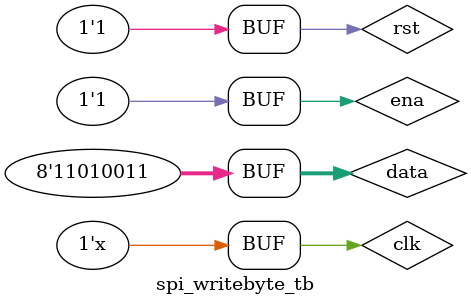
<source format=v>
`timescale 1ns/1ns //仿真单位为1ns，精度为1ns
 
module spi_writebyte_tb ( );
 
    //输出用wire
    //输入用reg
	reg clk;
	reg ena;
	reg rst;
	reg [7:0]data;
	wire sclk;
	wire mosi;
	wire done;
	
    //实例化模块
	spi_writebyte spi_writebyte_inst(
		.clk(clk),
		.ena_write(ena),
		.rst_n(rst),
		.data(data),
		.sclk(sclk),
		.mosi(mosi),
		.write_done(done)
	);
	
    //赋初始值
	initial begin
		#0 	clk = 0;//clk初始为0
				data = 8'b11010011;
				ena = 0;
				rst = 0;//先复位
				
		#20	ena = 1;//使能写
			rst = 1;//停止复位
	end
	
	always #5 clk = ~clk;//每5个时钟单位 clk取反一次
		
endmodule
</source>
